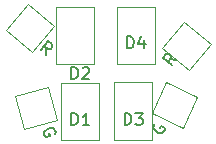
<source format=gbr>
G04 #@! TF.GenerationSoftware,KiCad,Pcbnew,5.1.5-52549c5~84~ubuntu18.04.1*
G04 #@! TF.CreationDate,2020-02-06T20:48:50-05:00*
G04 #@! TF.ProjectId,led_indicator,6c65645f-696e-4646-9963-61746f722e6b,rev?*
G04 #@! TF.SameCoordinates,Original*
G04 #@! TF.FileFunction,Legend,Top*
G04 #@! TF.FilePolarity,Positive*
%FSLAX46Y46*%
G04 Gerber Fmt 4.6, Leading zero omitted, Abs format (unit mm)*
G04 Created by KiCad (PCBNEW 5.1.5-52549c5~84~ubuntu18.04.1) date 2020-02-06 20:48:50*
%MOMM*%
%LPD*%
G04 APERTURE LIST*
%ADD10C,0.120000*%
%ADD11C,0.150000*%
G04 APERTURE END LIST*
D10*
X187426943Y-96048650D02*
X186201350Y-98676943D01*
X184798650Y-94823057D02*
X187426943Y-96048650D01*
X183573057Y-97451350D02*
X184798650Y-94823057D01*
X186201350Y-98676943D02*
X183573057Y-97451350D01*
X186678722Y-93792806D02*
X184457194Y-91928722D01*
X188542806Y-91571278D02*
X186678722Y-93792806D01*
X186321278Y-89707194D02*
X188542806Y-91571278D01*
X184457194Y-91928722D02*
X186321278Y-89707194D01*
X172724695Y-98775880D02*
X171974120Y-95974695D01*
X175525880Y-98025305D02*
X172724695Y-98775880D01*
X174775305Y-95224120D02*
X175525880Y-98025305D01*
X171974120Y-95974695D02*
X174775305Y-95224120D01*
X175292806Y-90071278D02*
X173428722Y-92292806D01*
X173071278Y-88207194D02*
X175292806Y-90071278D01*
X171207194Y-90428722D02*
X173071278Y-88207194D01*
X173428722Y-92292806D02*
X171207194Y-90428722D01*
X183574800Y-95034800D02*
X183574800Y-94831600D01*
X180399800Y-95060200D02*
X180399800Y-94831600D01*
X183574800Y-95060200D02*
X183574800Y-99657600D01*
X180399800Y-94831600D02*
X183574800Y-94831600D01*
X180399800Y-99683000D02*
X180399800Y-95060200D01*
X183574800Y-99683000D02*
X180399800Y-99683000D01*
X183824800Y-88653800D02*
X183824800Y-88450600D01*
X180649800Y-88679200D02*
X180649800Y-88450600D01*
X183824800Y-88679200D02*
X183824800Y-93276600D01*
X180649800Y-88450600D02*
X183824800Y-88450600D01*
X180649800Y-93302000D02*
X180649800Y-88679200D01*
X183824800Y-93302000D02*
X180649800Y-93302000D01*
X179074800Y-95061800D02*
X179074800Y-94858600D01*
X175899800Y-95087200D02*
X175899800Y-94858600D01*
X179074800Y-95087200D02*
X179074800Y-99684600D01*
X175899800Y-94858600D02*
X179074800Y-94858600D01*
X175899800Y-99710000D02*
X175899800Y-95087200D01*
X179074800Y-99710000D02*
X175899800Y-99710000D01*
X178648800Y-88653800D02*
X178648800Y-88450600D01*
X175473800Y-88679200D02*
X175473800Y-88450600D01*
X178648800Y-88679200D02*
X178648800Y-93276600D01*
X175473800Y-88450600D02*
X178648800Y-88450600D01*
X175473800Y-93302000D02*
X175473800Y-88679200D01*
X178648800Y-93302000D02*
X175473800Y-93302000D01*
D11*
X183857531Y-98351324D02*
X183774124Y-98417514D01*
X183713750Y-98546987D01*
X183696534Y-98696584D01*
X183742600Y-98823149D01*
X183808790Y-98906555D01*
X183961295Y-99030212D01*
X184090768Y-99090586D01*
X184283523Y-99127927D01*
X184389962Y-99125019D01*
X184516527Y-99078953D01*
X184620058Y-98969605D01*
X184660308Y-98883290D01*
X184677524Y-98733693D01*
X184654491Y-98670411D01*
X184352389Y-98529538D01*
X184271890Y-98702168D01*
X185645501Y-92953675D02*
X185066456Y-92902934D01*
X185278194Y-93391415D02*
X184512150Y-92748627D01*
X184757021Y-92456801D01*
X184854717Y-92414453D01*
X184921805Y-92408584D01*
X185025370Y-92433324D01*
X185134805Y-92525150D01*
X185177153Y-92622846D01*
X185183022Y-92689934D01*
X185158283Y-92793499D01*
X184913411Y-93085326D01*
X175400748Y-99173571D02*
X175422095Y-99069253D01*
X175385121Y-98931263D01*
X175302151Y-98805599D01*
X175185508Y-98738255D01*
X175081191Y-98716908D01*
X174884880Y-98720211D01*
X174746891Y-98757185D01*
X174575229Y-98852480D01*
X174495561Y-98923126D01*
X174428218Y-99039768D01*
X174419195Y-99190083D01*
X174443845Y-99282075D01*
X174526815Y-99407740D01*
X174585137Y-99441412D01*
X174907112Y-99355139D01*
X174857813Y-99171153D01*
X174596324Y-92495501D02*
X174647065Y-91916456D01*
X174158584Y-92128194D02*
X174801372Y-91362150D01*
X175093198Y-91607021D01*
X175135546Y-91704717D01*
X175141415Y-91771805D01*
X175116675Y-91875370D01*
X175024849Y-91984805D01*
X174927153Y-92027153D01*
X174860065Y-92033022D01*
X174756500Y-92008283D01*
X174464673Y-91763411D01*
X181461904Y-91952380D02*
X181461904Y-90952380D01*
X181700000Y-90952380D01*
X181842857Y-91000000D01*
X181938095Y-91095238D01*
X181985714Y-91190476D01*
X182033333Y-91380952D01*
X182033333Y-91523809D01*
X181985714Y-91714285D01*
X181938095Y-91809523D01*
X181842857Y-91904761D01*
X181700000Y-91952380D01*
X181461904Y-91952380D01*
X182890476Y-91285714D02*
X182890476Y-91952380D01*
X182652380Y-90904761D02*
X182414285Y-91619047D01*
X183033333Y-91619047D01*
X181261904Y-98452380D02*
X181261904Y-97452380D01*
X181500000Y-97452380D01*
X181642857Y-97500000D01*
X181738095Y-97595238D01*
X181785714Y-97690476D01*
X181833333Y-97880952D01*
X181833333Y-98023809D01*
X181785714Y-98214285D01*
X181738095Y-98309523D01*
X181642857Y-98404761D01*
X181500000Y-98452380D01*
X181261904Y-98452380D01*
X182166666Y-97452380D02*
X182785714Y-97452380D01*
X182452380Y-97833333D01*
X182595238Y-97833333D01*
X182690476Y-97880952D01*
X182738095Y-97928571D01*
X182785714Y-98023809D01*
X182785714Y-98261904D01*
X182738095Y-98357142D01*
X182690476Y-98404761D01*
X182595238Y-98452380D01*
X182309523Y-98452380D01*
X182214285Y-98404761D01*
X182166666Y-98357142D01*
X176761904Y-94552380D02*
X176761904Y-93552380D01*
X177000000Y-93552380D01*
X177142857Y-93600000D01*
X177238095Y-93695238D01*
X177285714Y-93790476D01*
X177333333Y-93980952D01*
X177333333Y-94123809D01*
X177285714Y-94314285D01*
X177238095Y-94409523D01*
X177142857Y-94504761D01*
X177000000Y-94552380D01*
X176761904Y-94552380D01*
X177714285Y-93647619D02*
X177761904Y-93600000D01*
X177857142Y-93552380D01*
X178095238Y-93552380D01*
X178190476Y-93600000D01*
X178238095Y-93647619D01*
X178285714Y-93742857D01*
X178285714Y-93838095D01*
X178238095Y-93980952D01*
X177666666Y-94552380D01*
X178285714Y-94552380D01*
X176761904Y-98452380D02*
X176761904Y-97452380D01*
X177000000Y-97452380D01*
X177142857Y-97500000D01*
X177238095Y-97595238D01*
X177285714Y-97690476D01*
X177333333Y-97880952D01*
X177333333Y-98023809D01*
X177285714Y-98214285D01*
X177238095Y-98309523D01*
X177142857Y-98404761D01*
X177000000Y-98452380D01*
X176761904Y-98452380D01*
X178285714Y-98452380D02*
X177714285Y-98452380D01*
X178000000Y-98452380D02*
X178000000Y-97452380D01*
X177904761Y-97595238D01*
X177809523Y-97690476D01*
X177714285Y-97738095D01*
M02*

</source>
